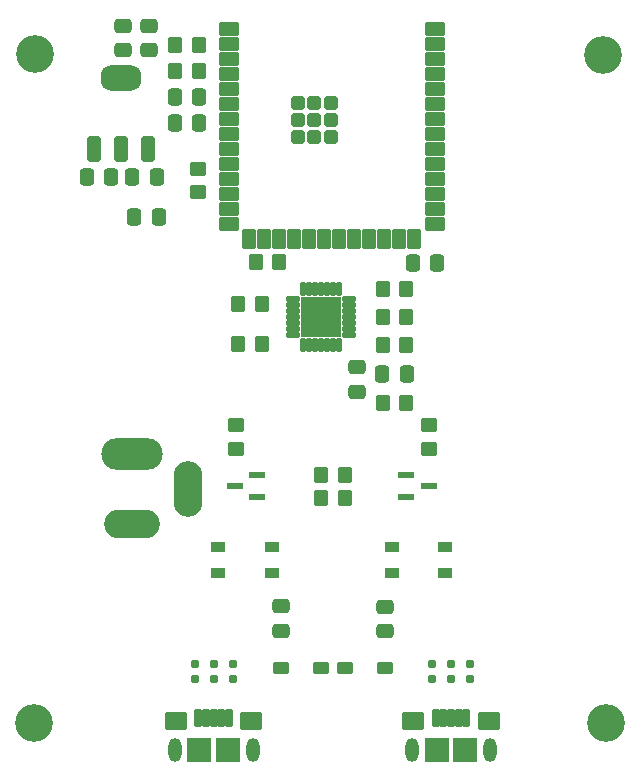
<source format=gbr>
%TF.GenerationSoftware,KiCad,Pcbnew,7.0.9*%
%TF.CreationDate,2024-03-05T03:29:11-06:00*%
%TF.ProjectId,Sensor PCB,53656e73-6f72-4205-9043-422e6b696361,rev?*%
%TF.SameCoordinates,Original*%
%TF.FileFunction,Soldermask,Top*%
%TF.FilePolarity,Negative*%
%FSLAX46Y46*%
G04 Gerber Fmt 4.6, Leading zero omitted, Abs format (unit mm)*
G04 Created by KiCad (PCBNEW 7.0.9) date 2024-03-05 03:29:11*
%MOMM*%
%LPD*%
G01*
G04 APERTURE LIST*
G04 Aperture macros list*
%AMRoundRect*
0 Rectangle with rounded corners*
0 $1 Rounding radius*
0 $2 $3 $4 $5 $6 $7 $8 $9 X,Y pos of 4 corners*
0 Add a 4 corners polygon primitive as box body*
4,1,4,$2,$3,$4,$5,$6,$7,$8,$9,$2,$3,0*
0 Add four circle primitives for the rounded corners*
1,1,$1+$1,$2,$3*
1,1,$1+$1,$4,$5*
1,1,$1+$1,$6,$7*
1,1,$1+$1,$8,$9*
0 Add four rect primitives between the rounded corners*
20,1,$1+$1,$2,$3,$4,$5,0*
20,1,$1+$1,$4,$5,$6,$7,0*
20,1,$1+$1,$6,$7,$8,$9,0*
20,1,$1+$1,$8,$9,$2,$3,0*%
G04 Aperture macros list end*
%ADD10RoundRect,0.250000X0.350000X0.450000X-0.350000X0.450000X-0.350000X-0.450000X0.350000X-0.450000X0*%
%ADD11R,1.422400X0.558800*%
%ADD12RoundRect,0.250000X-0.475000X0.337500X-0.475000X-0.337500X0.475000X-0.337500X0.475000X0.337500X0*%
%ADD13RoundRect,0.102000X0.500000X0.350000X-0.500000X0.350000X-0.500000X-0.350000X0.500000X-0.350000X0*%
%ADD14RoundRect,0.250000X-0.337500X-0.475000X0.337500X-0.475000X0.337500X0.475000X-0.337500X0.475000X0*%
%ADD15RoundRect,0.250000X0.450000X-0.350000X0.450000X0.350000X-0.450000X0.350000X-0.450000X-0.350000X0*%
%ADD16RoundRect,0.213600X0.353400X-0.878400X0.353400X0.878400X-0.353400X0.878400X-0.353400X-0.878400X0*%
%ADD17RoundRect,0.894000X0.823000X-0.198000X0.823000X0.198000X-0.823000X0.198000X-0.823000X-0.198000X0*%
%ADD18RoundRect,0.250000X0.337500X0.475000X-0.337500X0.475000X-0.337500X-0.475000X0.337500X-0.475000X0*%
%ADD19RoundRect,0.102000X-0.200000X0.240000X-0.200000X-0.240000X0.200000X-0.240000X0.200000X0.240000X0*%
%ADD20RoundRect,0.102000X-0.750000X-0.450000X0.750000X-0.450000X0.750000X0.450000X-0.750000X0.450000X0*%
%ADD21RoundRect,0.102000X-0.450000X-0.750000X0.450000X-0.750000X0.450000X0.750000X-0.450000X0.750000X0*%
%ADD22RoundRect,0.102000X-0.450000X-0.450000X0.450000X-0.450000X0.450000X0.450000X-0.450000X0.450000X0*%
%ADD23RoundRect,0.250000X-0.350000X-0.450000X0.350000X-0.450000X0.350000X0.450000X-0.350000X0.450000X0*%
%ADD24RoundRect,0.250000X0.475000X-0.337500X0.475000X0.337500X-0.475000X0.337500X-0.475000X-0.337500X0*%
%ADD25O,5.204000X2.704000*%
%ADD26O,4.704000X2.454000*%
%ADD27O,2.454000X4.704000*%
%ADD28RoundRect,0.102000X-0.200000X-0.675000X0.200000X-0.675000X0.200000X0.675000X-0.200000X0.675000X0*%
%ADD29RoundRect,0.102000X-0.800000X-0.700000X0.800000X-0.700000X0.800000X0.700000X-0.800000X0.700000X0*%
%ADD30RoundRect,0.102000X-0.950000X-0.950000X0.950000X-0.950000X0.950000X0.950000X-0.950000X0.950000X0*%
%ADD31O,1.104000X2.004000*%
%ADD32C,3.200000*%
%ADD33RoundRect,0.102000X0.135000X-0.495000X0.135000X0.495000X-0.135000X0.495000X-0.135000X-0.495000X0*%
%ADD34RoundRect,0.102000X0.495000X-0.135000X0.495000X0.135000X-0.495000X0.135000X-0.495000X-0.135000X0*%
%ADD35RoundRect,0.102000X1.625000X-1.625000X1.625000X1.625000X-1.625000X1.625000X-1.625000X-1.625000X0*%
%ADD36RoundRect,0.102000X0.605000X0.365000X-0.605000X0.365000X-0.605000X-0.365000X0.605000X-0.365000X0*%
%ADD37RoundRect,0.102000X-0.605000X-0.365000X0.605000X-0.365000X0.605000X0.365000X-0.605000X0.365000X0*%
G04 APERTURE END LIST*
D10*
%TO.C,R7*%
X120950000Y-89000000D03*
X118950000Y-89000000D03*
%TD*%
D11*
%TO.C,U5*%
X120600000Y-102000000D03*
X120600000Y-100095000D03*
X118669600Y-101047500D03*
%TD*%
D12*
%TO.C,C8*%
X129000000Y-91000000D03*
X129000000Y-93075000D03*
%TD*%
D10*
%TO.C,R6*%
X133200000Y-89150000D03*
X131200000Y-89150000D03*
%TD*%
D11*
%TO.C,U6*%
X133200000Y-100095000D03*
X133200000Y-102000000D03*
X135130400Y-101047500D03*
%TD*%
D10*
%TO.C,R13*%
X115665000Y-63710000D03*
X113665000Y-63710000D03*
%TD*%
D13*
%TO.C,S1*%
X136500000Y-108400000D03*
X132000000Y-108400000D03*
X136500000Y-106250000D03*
X132000000Y-106250000D03*
%TD*%
D14*
%TO.C,C1*%
X110002500Y-74910000D03*
X112077500Y-74910000D03*
%TD*%
D15*
%TO.C,R1*%
X115550000Y-76200000D03*
X115550000Y-74200000D03*
%TD*%
D16*
%TO.C,U2*%
X106765000Y-72540000D03*
X109065000Y-72540000D03*
X111365000Y-72540000D03*
D17*
X109065000Y-66510000D03*
%TD*%
D18*
%TO.C,C10*%
X115665000Y-68110000D03*
X113590000Y-68110000D03*
%TD*%
%TO.C,C2*%
X108240000Y-74910000D03*
X106165000Y-74910000D03*
%TD*%
D19*
%TO.C,D1*%
X138600000Y-116100000D03*
X138600000Y-117420000D03*
%TD*%
D10*
%TO.C,R3*%
X133200000Y-86750000D03*
X131200000Y-86750000D03*
%TD*%
D13*
%TO.C,S2*%
X121800000Y-108400000D03*
X117300000Y-108400000D03*
X121800000Y-106250000D03*
X117300000Y-106250000D03*
%TD*%
D20*
%TO.C,U1*%
X118165000Y-62340000D03*
X118165000Y-63610000D03*
X118165000Y-64880000D03*
X118165000Y-66150000D03*
X118165000Y-67420000D03*
X118165000Y-68690000D03*
X118165000Y-69960000D03*
X118165000Y-71230000D03*
X118165000Y-72500000D03*
X118165000Y-73770000D03*
X118165000Y-75040000D03*
X118165000Y-76310000D03*
X118165000Y-77580000D03*
X118165000Y-78850000D03*
D21*
X119930000Y-80100000D03*
X121200000Y-80100000D03*
X122470000Y-80100000D03*
X123740000Y-80100000D03*
X125010000Y-80100000D03*
X126280000Y-80100000D03*
X127550000Y-80100000D03*
X128820000Y-80100000D03*
X130090000Y-80100000D03*
X131360000Y-80100000D03*
X132630000Y-80100000D03*
X133900000Y-80100000D03*
D20*
X135665000Y-78850000D03*
X135665000Y-77580000D03*
X135665000Y-76310000D03*
X135665000Y-75040000D03*
X135665000Y-73770000D03*
X135665000Y-72500000D03*
X135665000Y-71230000D03*
X135665000Y-69960000D03*
X135665000Y-68690000D03*
X135665000Y-67420000D03*
X135665000Y-66150000D03*
X135665000Y-64880000D03*
X135665000Y-63610000D03*
X135665000Y-62340000D03*
D22*
X125415000Y-70060000D03*
X124015000Y-70060000D03*
X126815000Y-70060000D03*
X124015000Y-71460000D03*
X125415000Y-71460000D03*
X126815000Y-71460000D03*
X124015000Y-68660000D03*
X125415000Y-68660000D03*
X126815000Y-68660000D03*
%TD*%
D23*
%TO.C,R10*%
X126000000Y-100100000D03*
X128000000Y-100100000D03*
%TD*%
D24*
%TO.C,C4*%
X109265000Y-64147500D03*
X109265000Y-62072500D03*
%TD*%
D25*
%TO.C,J1*%
X110000000Y-98300000D03*
D26*
X110000000Y-104300000D03*
D27*
X114700000Y-101300000D03*
%TD*%
D15*
%TO.C,R11*%
X118800000Y-97895000D03*
X118800000Y-95895000D03*
%TD*%
D10*
%TO.C,R2*%
X122465000Y-82110000D03*
X120465000Y-82110000D03*
%TD*%
D19*
%TO.C,D3*%
X118500000Y-116100000D03*
X118500000Y-117420000D03*
%TD*%
D28*
%TO.C,J2*%
X135700000Y-120725000D03*
X136350000Y-120725000D03*
X137000000Y-120725000D03*
X137650000Y-120725000D03*
X138300000Y-120725000D03*
D29*
X133800000Y-120950000D03*
X140200000Y-120950000D03*
D30*
X138200000Y-123400000D03*
X135800000Y-123400000D03*
D31*
X133700000Y-123400000D03*
X140300000Y-123400000D03*
%TD*%
D19*
%TO.C,D4*%
X116900000Y-116080000D03*
X116900000Y-117400000D03*
%TD*%
D18*
%TO.C,C12*%
X115665000Y-70310000D03*
X113590000Y-70310000D03*
%TD*%
%TO.C,C3*%
X112237500Y-78300000D03*
X110162500Y-78300000D03*
%TD*%
D10*
%TO.C,R9*%
X128000000Y-102100000D03*
X126000000Y-102100000D03*
%TD*%
D24*
%TO.C,C5*%
X111465000Y-64147500D03*
X111465000Y-62072500D03*
%TD*%
D10*
%TO.C,R5*%
X133200000Y-94000000D03*
X131200000Y-94000000D03*
%TD*%
D32*
%TO.C,H4*%
X150100000Y-121100000D03*
%TD*%
D33*
%TO.C,U4*%
X124500000Y-89110000D03*
X125000000Y-89110000D03*
X125500000Y-89110000D03*
X126000000Y-89110000D03*
X126500000Y-89110000D03*
X127000000Y-89110000D03*
X127500000Y-89110000D03*
D34*
X128360000Y-88250000D03*
X128360000Y-87750000D03*
X128360000Y-87250000D03*
X128360000Y-86750000D03*
X128360000Y-86250000D03*
X128360000Y-85750000D03*
X128360000Y-85250000D03*
D33*
X127500000Y-84390000D03*
X127000000Y-84390000D03*
X126500000Y-84390000D03*
X126000000Y-84390000D03*
X125500000Y-84390000D03*
X125000000Y-84390000D03*
X124500000Y-84390000D03*
D34*
X123640000Y-85250000D03*
X123640000Y-85750000D03*
X123640000Y-86250000D03*
X123640000Y-86750000D03*
X123640000Y-87250000D03*
X123640000Y-87750000D03*
X123640000Y-88250000D03*
D35*
X126000000Y-86750000D03*
%TD*%
D28*
%TO.C,J3*%
X115600000Y-120725000D03*
X116250000Y-120725000D03*
X116900000Y-120725000D03*
X117550000Y-120725000D03*
X118200000Y-120725000D03*
D29*
X113700000Y-120950000D03*
X120100000Y-120950000D03*
D30*
X118100000Y-123400000D03*
X115700000Y-123400000D03*
D31*
X113600000Y-123400000D03*
X120200000Y-123400000D03*
%TD*%
D19*
%TO.C,D7*%
X135400000Y-116100000D03*
X135400000Y-117420000D03*
%TD*%
%TO.C,D2*%
X137000000Y-116100000D03*
X137000000Y-117420000D03*
%TD*%
D15*
%TO.C,R12*%
X135165200Y-97876000D03*
X135165200Y-95876000D03*
%TD*%
D36*
%TO.C,D6*%
X128040000Y-116500000D03*
X131400000Y-116500000D03*
%TD*%
D14*
%TO.C,C9*%
X131162500Y-91550000D03*
X133237500Y-91550000D03*
%TD*%
D10*
%TO.C,R8*%
X120950000Y-85600000D03*
X118950000Y-85600000D03*
%TD*%
D19*
%TO.C,D8*%
X115300000Y-116080000D03*
X115300000Y-117400000D03*
%TD*%
D24*
%TO.C,C7*%
X122600000Y-113300000D03*
X122600000Y-111225000D03*
%TD*%
D37*
%TO.C,D5*%
X125960000Y-116500000D03*
X122600000Y-116500000D03*
%TD*%
D18*
%TO.C,C11*%
X135815000Y-82160000D03*
X133740000Y-82160000D03*
%TD*%
D32*
%TO.C,H2*%
X101700000Y-121100000D03*
%TD*%
%TO.C,H1*%
X101800000Y-64500000D03*
%TD*%
%TO.C,H3*%
X149881128Y-64600000D03*
%TD*%
D10*
%TO.C,R4*%
X133200000Y-84350000D03*
X131200000Y-84350000D03*
%TD*%
D23*
%TO.C,R14*%
X113665000Y-65910000D03*
X115665000Y-65910000D03*
%TD*%
D24*
%TO.C,C6*%
X131400000Y-113337500D03*
X131400000Y-111262500D03*
%TD*%
M02*

</source>
